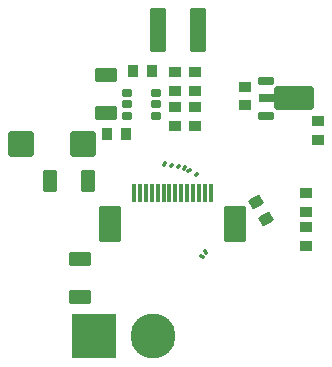
<source format=gbr>
%TF.GenerationSoftware,KiCad,Pcbnew,(6.0.1)*%
%TF.CreationDate,2022-07-23T16:31:21+08:00*%
%TF.ProjectId,IMU_base_V7,494d555f-6261-4736-955f-56372e6b6963,rev?*%
%TF.SameCoordinates,Original*%
%TF.FileFunction,Soldermask,Bot*%
%TF.FilePolarity,Negative*%
%FSLAX46Y46*%
G04 Gerber Fmt 4.6, Leading zero omitted, Abs format (unit mm)*
G04 Created by KiCad (PCBNEW (6.0.1)) date 2022-07-23 16:31:21*
%MOMM*%
%LPD*%
G01*
G04 APERTURE LIST*
G04 Aperture macros list*
%AMRoundRect*
0 Rectangle with rounded corners*
0 $1 Rounding radius*
0 $2 $3 $4 $5 $6 $7 $8 $9 X,Y pos of 4 corners*
0 Add a 4 corners polygon primitive as box body*
4,1,4,$2,$3,$4,$5,$6,$7,$8,$9,$2,$3,0*
0 Add four circle primitives for the rounded corners*
1,1,$1+$1,$2,$3*
1,1,$1+$1,$4,$5*
1,1,$1+$1,$6,$7*
1,1,$1+$1,$8,$9*
0 Add four rect primitives between the rounded corners*
20,1,$1+$1,$2,$3,$4,$5,0*
20,1,$1+$1,$4,$5,$6,$7,0*
20,1,$1+$1,$6,$7,$8,$9,0*
20,1,$1+$1,$8,$9,$2,$3,0*%
G04 Aperture macros list end*
%ADD10C,0.350000*%
%ADD11RoundRect,0.105000X0.820000X0.495000X-0.820000X0.495000X-0.820000X-0.495000X0.820000X-0.495000X0*%
%ADD12RoundRect,0.175000X0.900000X0.900000X-0.900000X0.900000X-0.900000X-0.900000X0.900000X-0.900000X0*%
%ADD13R,3.800000X3.800000*%
%ADD14C,3.800000*%
%ADD15RoundRect,0.090000X0.460000X0.360000X-0.460000X0.360000X-0.460000X-0.360000X0.460000X-0.360000X0*%
%ADD16RoundRect,0.105000X0.495000X-0.820000X0.495000X0.820000X-0.495000X0.820000X-0.495000X-0.820000X0*%
%ADD17RoundRect,0.090000X-0.460000X-0.360000X0.460000X-0.360000X0.460000X0.360000X-0.460000X0.360000X0*%
%ADD18RoundRect,0.090000X0.360000X-0.460000X0.360000X0.460000X-0.360000X0.460000X-0.360000X-0.460000X0*%
%ADD19RoundRect,0.035000X0.090000X0.740000X-0.090000X0.740000X-0.090000X-0.740000X0.090000X-0.740000X0*%
%ADD20RoundRect,0.140000X0.810000X1.360000X-0.810000X1.360000X-0.810000X-1.360000X0.810000X-1.360000X0*%
%ADD21RoundRect,0.140000X-0.540000X1.740000X-0.540000X-1.740000X0.540000X-1.740000X0.540000X1.740000X0*%
%ADD22RoundRect,0.081000X0.569000X-0.279000X0.569000X0.279000X-0.569000X0.279000X-0.569000X-0.279000X0*%
%ADD23RoundRect,0.081000X0.619000X-0.279000X0.619000X0.279000X-0.619000X0.279000X-0.619000X-0.279000X0*%
%ADD24RoundRect,0.145000X1.530000X-0.855000X1.530000X0.855000X-1.530000X0.855000X-1.530000X-0.855000X0*%
%ADD25RoundRect,0.077500X-0.322500X-0.247500X0.322500X-0.247500X0.322500X0.247500X-0.322500X0.247500X0*%
%ADD26RoundRect,0.090000X-0.360000X0.460000X-0.360000X-0.460000X0.360000X-0.460000X0.360000X0.460000X0*%
%ADD27RoundRect,0.090000X-0.218372X-0.541769X0.578372X-0.081769X0.218372X0.541769X-0.578372X0.081769X0*%
G04 APERTURE END LIST*
D10*
X115250000Y-79050000D02*
X115150000Y-78950000D01*
X114950000Y-79450000D02*
X114850000Y-79350000D01*
X114367517Y-72474709D02*
X114467517Y-72374709D01*
X113750000Y-72150000D02*
X113850000Y-72050000D01*
X113350000Y-71950000D02*
X113450000Y-71850000D01*
X112850000Y-71850000D02*
X112950000Y-71750000D01*
X112250000Y-71750000D02*
X112350000Y-71650000D01*
X111700000Y-71600000D02*
X111800000Y-71500000D01*
D11*
%TO.C,\u4FDD\u9669\u4E1D1*%
X104600000Y-79600000D03*
X104600000Y-82800000D03*
%TD*%
D12*
%TO.C,D1*%
X104800000Y-69900000D03*
X99550000Y-69900000D03*
%TD*%
D13*
%TO.C,+*%
X105800000Y-86100000D03*
D14*
X110800000Y-86100000D03*
%TD*%
D15*
%TO.C,C3*%
X123700000Y-78500000D03*
X123700000Y-76900000D03*
%TD*%
D16*
%TO.C,C7*%
X105250000Y-73000000D03*
X102050000Y-73000000D03*
%TD*%
D17*
%TO.C,C9*%
X124733700Y-69500000D03*
X124733700Y-67900000D03*
%TD*%
D18*
%TO.C,C11*%
X110700000Y-63700000D03*
X109100000Y-63700000D03*
%TD*%
D19*
%TO.C,J5*%
X115650000Y-73987300D03*
X115150000Y-73987300D03*
X114650000Y-73987300D03*
X114150000Y-73987300D03*
X113650000Y-73987300D03*
X113150000Y-73987300D03*
X112650000Y-73987300D03*
X112150000Y-73987300D03*
X111650000Y-73987300D03*
X111150000Y-73987300D03*
X110650000Y-73987300D03*
X110150000Y-73987300D03*
X109650000Y-73987300D03*
X109150000Y-73987300D03*
D20*
X107100000Y-76607300D03*
X117700000Y-76607300D03*
%TD*%
D15*
%TO.C,C12*%
X112600000Y-66750000D03*
X112600000Y-68350000D03*
%TD*%
D17*
%TO.C,C13*%
X114350000Y-65400000D03*
X114350000Y-63800000D03*
%TD*%
D21*
%TO.C,L1*%
X111200000Y-60250000D03*
X114600000Y-60250000D03*
%TD*%
D15*
%TO.C,R1*%
X123700000Y-74000000D03*
X123700000Y-75600000D03*
%TD*%
D22*
%TO.C,U1*%
X120358700Y-67500000D03*
D23*
X120408700Y-66000000D03*
D24*
X122733700Y-66000000D03*
D22*
X120358700Y-64500000D03*
%TD*%
D25*
%TO.C,U3*%
X111050000Y-65550000D03*
X111050000Y-66500000D03*
X111050000Y-67450000D03*
X108550000Y-67450000D03*
X108550000Y-66500000D03*
X108550000Y-65550000D03*
%TD*%
D26*
%TO.C,R3*%
X106900000Y-69000000D03*
X108500000Y-69000000D03*
%TD*%
D17*
%TO.C,C8*%
X118533700Y-66600000D03*
X118533700Y-65000000D03*
%TD*%
D15*
%TO.C,R5*%
X112650000Y-63800000D03*
X112650000Y-65400000D03*
%TD*%
D27*
%TO.C,R9*%
X119500000Y-74800000D03*
X120300000Y-76185640D03*
%TD*%
D15*
%TO.C,R6*%
X114350000Y-66750000D03*
X114350000Y-68350000D03*
%TD*%
D11*
%TO.C,C10*%
X106800000Y-64000000D03*
X106800000Y-67200000D03*
%TD*%
M02*

</source>
